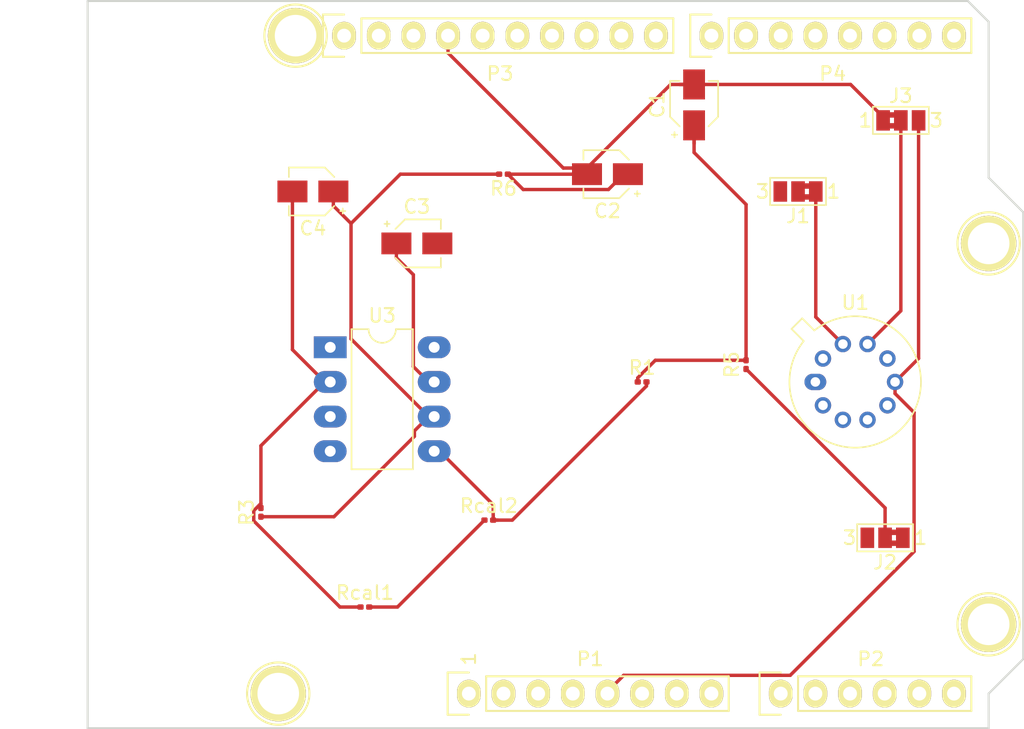
<source format=kicad_pcb>
(kicad_pcb (version 20171130) (host pcbnew "(5.1.4)-1")

  (general
    (thickness 1.6)
    (drawings 27)
    (tracks 76)
    (zones 0)
    (modules 23)
    (nets 48)
  )

  (page A4)
  (title_block
    (date "lun. 30 mars 2015")
  )

  (layers
    (0 F.Cu signal)
    (31 B.Cu signal)
    (32 B.Adhes user)
    (33 F.Adhes user)
    (34 B.Paste user)
    (35 F.Paste user)
    (36 B.SilkS user)
    (37 F.SilkS user)
    (38 B.Mask user)
    (39 F.Mask user)
    (40 Dwgs.User user)
    (41 Cmts.User user)
    (42 Eco1.User user)
    (43 Eco2.User user)
    (44 Edge.Cuts user)
    (45 Margin user)
    (46 B.CrtYd user)
    (47 F.CrtYd user)
    (48 B.Fab user)
    (49 F.Fab user)
  )

  (setup
    (last_trace_width 0.25)
    (trace_clearance 0.2)
    (zone_clearance 0.508)
    (zone_45_only no)
    (trace_min 0.2)
    (via_size 0.6)
    (via_drill 0.4)
    (via_min_size 0.4)
    (via_min_drill 0.3)
    (uvia_size 0.3)
    (uvia_drill 0.1)
    (uvias_allowed no)
    (uvia_min_size 0.2)
    (uvia_min_drill 0.1)
    (edge_width 0.15)
    (segment_width 0.15)
    (pcb_text_width 0.3)
    (pcb_text_size 1.5 1.5)
    (mod_edge_width 0.15)
    (mod_text_size 1 1)
    (mod_text_width 0.15)
    (pad_size 4.064 4.064)
    (pad_drill 3.048)
    (pad_to_mask_clearance 0)
    (aux_axis_origin 110.998 126.365)
    (grid_origin 110.998 126.365)
    (visible_elements 7FFFFFFF)
    (pcbplotparams
      (layerselection 0x00030_80000001)
      (usegerberextensions false)
      (usegerberattributes false)
      (usegerberadvancedattributes false)
      (creategerberjobfile false)
      (excludeedgelayer true)
      (linewidth 0.100000)
      (plotframeref false)
      (viasonmask false)
      (mode 1)
      (useauxorigin false)
      (hpglpennumber 1)
      (hpglpenspeed 20)
      (hpglpendiameter 15.000000)
      (psnegative false)
      (psa4output false)
      (plotreference true)
      (plotvalue true)
      (plotinvisibletext false)
      (padsonsilk false)
      (subtractmaskfromsilk false)
      (outputformat 1)
      (mirror false)
      (drillshape 1)
      (scaleselection 1)
      (outputdirectory ""))
  )

  (net 0 "")
  (net 1 /IOREF)
  (net 2 /Reset)
  (net 3 +5V)
  (net 4 GND)
  (net 5 /Vin)
  (net 6 /A0)
  (net 7 /A1)
  (net 8 /A2)
  (net 9 /A3)
  (net 10 /AREF)
  (net 11 "/A4(SDA)")
  (net 12 "/A5(SCL)")
  (net 13 "/9(**)")
  (net 14 /8)
  (net 15 /7)
  (net 16 "/6(**)")
  (net 17 "/5(**)")
  (net 18 /4)
  (net 19 "/3(**)")
  (net 20 /2)
  (net 21 "/1(Tx)")
  (net 22 "/0(Rx)")
  (net 23 "Net-(P5-Pad1)")
  (net 24 "Net-(P6-Pad1)")
  (net 25 "Net-(P7-Pad1)")
  (net 26 "Net-(P8-Pad1)")
  (net 27 "/13(SCK)")
  (net 28 "/10(**/SS)")
  (net 29 "Net-(P1-Pad1)")
  (net 30 +3V3)
  (net 31 "/12(MISO)")
  (net 32 "/11(**/MOSI)")
  (net 33 "Net-(C1-Pad1)")
  (net 34 "Net-(C4-Pad2)")
  (net 35 "Net-(C4-Pad1)")
  (net 36 /Gs_in)
  (net 37 /Gs2_in)
  (net 38 /Rsensor)
  (net 39 /Gs1_out)
  (net 40 /Gs2_out)
  (net 41 /Hr_in)
  (net 42 "Net-(Rcal1-Pad2)")
  (net 43 /Gs1_in)
  (net 44 "Net-(U1-Pad5)")
  (net 45 "Net-(U1-Pad10)")
  (net 46 "Net-(U3-Pad8)")
  (net 47 "Net-(U3-Pad1)")

  (net_class Default "This is the default net class."
    (clearance 0.2)
    (trace_width 0.25)
    (via_dia 0.6)
    (via_drill 0.4)
    (uvia_dia 0.3)
    (uvia_drill 0.1)
    (add_net +3V3)
    (add_net +5V)
    (add_net "/0(Rx)")
    (add_net "/1(Tx)")
    (add_net "/10(**/SS)")
    (add_net "/11(**/MOSI)")
    (add_net "/12(MISO)")
    (add_net "/13(SCK)")
    (add_net /2)
    (add_net "/3(**)")
    (add_net /4)
    (add_net "/5(**)")
    (add_net "/6(**)")
    (add_net /7)
    (add_net /8)
    (add_net "/9(**)")
    (add_net /A0)
    (add_net /A1)
    (add_net /A2)
    (add_net /A3)
    (add_net "/A4(SDA)")
    (add_net "/A5(SCL)")
    (add_net /AREF)
    (add_net /Gs1_in)
    (add_net /Gs1_out)
    (add_net /Gs2_in)
    (add_net /Gs2_out)
    (add_net /Gs_in)
    (add_net /Hr_in)
    (add_net /IOREF)
    (add_net /Reset)
    (add_net /Rsensor)
    (add_net /Vin)
    (add_net GND)
    (add_net "Net-(C1-Pad1)")
    (add_net "Net-(C4-Pad1)")
    (add_net "Net-(C4-Pad2)")
    (add_net "Net-(P1-Pad1)")
    (add_net "Net-(P5-Pad1)")
    (add_net "Net-(P6-Pad1)")
    (add_net "Net-(P7-Pad1)")
    (add_net "Net-(P8-Pad1)")
    (add_net "Net-(Rcal1-Pad2)")
    (add_net "Net-(U1-Pad10)")
    (add_net "Net-(U1-Pad5)")
    (add_net "Net-(U3-Pad1)")
    (add_net "Net-(U3-Pad8)")
  )

  (module Capacitor_SMD:CP_Elec_3x5.3 (layer F.Cu) (tedit 5B303299) (tstamp 5DE62940)
    (at 135.128 90.805)
    (descr "SMT capacitor, aluminium electrolytic, 3x5.3, Cornell Dubilier Electronics ")
    (tags "Capacitor Electrolytic")
    (path /5DE2B9F0)
    (attr smd)
    (fp_text reference C3 (at 0 -2.7) (layer F.SilkS)
      (effects (font (size 1 1) (thickness 0.15)))
    )
    (fp_text value 100n (at 0 2.7) (layer F.Fab)
      (effects (font (size 1 1) (thickness 0.15)))
    )
    (fp_text user %R (at 0 0) (layer F.Fab)
      (effects (font (size 0.6 0.6) (thickness 0.09)))
    )
    (fp_line (start -2.85 1.05) (end -1.78 1.05) (layer F.CrtYd) (width 0.05))
    (fp_line (start -2.85 -1.05) (end -2.85 1.05) (layer F.CrtYd) (width 0.05))
    (fp_line (start -1.78 -1.05) (end -2.85 -1.05) (layer F.CrtYd) (width 0.05))
    (fp_line (start -1.78 -1.05) (end -0.93 -1.9) (layer F.CrtYd) (width 0.05))
    (fp_line (start -1.78 1.05) (end -0.93 1.9) (layer F.CrtYd) (width 0.05))
    (fp_line (start -0.93 -1.9) (end 1.9 -1.9) (layer F.CrtYd) (width 0.05))
    (fp_line (start -0.93 1.9) (end 1.9 1.9) (layer F.CrtYd) (width 0.05))
    (fp_line (start 1.9 1.05) (end 1.9 1.9) (layer F.CrtYd) (width 0.05))
    (fp_line (start 2.85 1.05) (end 1.9 1.05) (layer F.CrtYd) (width 0.05))
    (fp_line (start 2.85 -1.05) (end 2.85 1.05) (layer F.CrtYd) (width 0.05))
    (fp_line (start 1.9 -1.05) (end 2.85 -1.05) (layer F.CrtYd) (width 0.05))
    (fp_line (start 1.9 -1.9) (end 1.9 -1.05) (layer F.CrtYd) (width 0.05))
    (fp_line (start -2.1875 -1.6225) (end -2.1875 -1.2475) (layer F.SilkS) (width 0.12))
    (fp_line (start -2.375 -1.435) (end -2 -1.435) (layer F.SilkS) (width 0.12))
    (fp_line (start -1.570563 1.06) (end -0.870563 1.76) (layer F.SilkS) (width 0.12))
    (fp_line (start -1.570563 -1.06) (end -0.870563 -1.76) (layer F.SilkS) (width 0.12))
    (fp_line (start -0.870563 1.76) (end 1.76 1.76) (layer F.SilkS) (width 0.12))
    (fp_line (start -0.870563 -1.76) (end 1.76 -1.76) (layer F.SilkS) (width 0.12))
    (fp_line (start 1.76 -1.76) (end 1.76 -1.06) (layer F.SilkS) (width 0.12))
    (fp_line (start 1.76 1.76) (end 1.76 1.06) (layer F.SilkS) (width 0.12))
    (fp_line (start -0.960469 -0.95) (end -0.960469 -0.65) (layer F.Fab) (width 0.1))
    (fp_line (start -1.110469 -0.8) (end -0.810469 -0.8) (layer F.Fab) (width 0.1))
    (fp_line (start -1.65 0.825) (end -0.825 1.65) (layer F.Fab) (width 0.1))
    (fp_line (start -1.65 -0.825) (end -0.825 -1.65) (layer F.Fab) (width 0.1))
    (fp_line (start -1.65 -0.825) (end -1.65 0.825) (layer F.Fab) (width 0.1))
    (fp_line (start -0.825 1.65) (end 1.65 1.65) (layer F.Fab) (width 0.1))
    (fp_line (start -0.825 -1.65) (end 1.65 -1.65) (layer F.Fab) (width 0.1))
    (fp_line (start 1.65 -1.65) (end 1.65 1.65) (layer F.Fab) (width 0.1))
    (fp_circle (center 0 0) (end 1.5 0) (layer F.Fab) (width 0.1))
    (pad 2 smd rect (at 1.5 0) (size 2.2 1.6) (layers F.Cu F.Paste F.Mask)
      (net 4 GND))
    (pad 1 smd rect (at -1.5 0) (size 2.2 1.6) (layers F.Cu F.Paste F.Mask)
      (net 3 +5V))
    (model ${KISYS3DMOD}/Capacitor_SMD.3dshapes/CP_Elec_3x5.3.wrl
      (at (xyz 0 0 0))
      (scale (xyz 1 1 1))
      (rotate (xyz 0 0 0))
    )
  )

  (module Resistor_SMD:R_0201_0603Metric (layer F.Cu) (tedit 5B301BBD) (tstamp 5DE62AA8)
    (at 159.258 99.695 90)
    (descr "Resistor SMD 0201 (0603 Metric), square (rectangular) end terminal, IPC_7351 nominal, (Body size source: https://www.vishay.com/docs/20052/crcw0201e3.pdf), generated with kicad-footprint-generator")
    (tags resistor)
    (path /5DE55129)
    (attr smd)
    (fp_text reference R5 (at 0 -1.05 90) (layer F.SilkS)
      (effects (font (size 1 1) (thickness 0.15)))
    )
    (fp_text value 10k (at 0 1.05 90) (layer F.Fab)
      (effects (font (size 1 1) (thickness 0.15)))
    )
    (fp_text user %R (at 0 -0.68 90) (layer F.Fab)
      (effects (font (size 0.25 0.25) (thickness 0.04)))
    )
    (fp_line (start 0.7 0.35) (end -0.7 0.35) (layer F.CrtYd) (width 0.05))
    (fp_line (start 0.7 -0.35) (end 0.7 0.35) (layer F.CrtYd) (width 0.05))
    (fp_line (start -0.7 -0.35) (end 0.7 -0.35) (layer F.CrtYd) (width 0.05))
    (fp_line (start -0.7 0.35) (end -0.7 -0.35) (layer F.CrtYd) (width 0.05))
    (fp_line (start 0.3 0.15) (end -0.3 0.15) (layer F.Fab) (width 0.1))
    (fp_line (start 0.3 -0.15) (end 0.3 0.15) (layer F.Fab) (width 0.1))
    (fp_line (start -0.3 -0.15) (end 0.3 -0.15) (layer F.Fab) (width 0.1))
    (fp_line (start -0.3 0.15) (end -0.3 -0.15) (layer F.Fab) (width 0.1))
    (pad 2 smd roundrect (at 0.32 0 90) (size 0.46 0.4) (layers F.Cu F.Mask) (roundrect_rratio 0.25)
      (net 33 "Net-(C1-Pad1)"))
    (pad 1 smd roundrect (at -0.32 0 90) (size 0.46 0.4) (layers F.Cu F.Mask) (roundrect_rratio 0.25)
      (net 38 /Rsensor))
    (pad "" smd roundrect (at 0.345 0 90) (size 0.318 0.36) (layers F.Paste) (roundrect_rratio 0.25))
    (pad "" smd roundrect (at -0.345 0 90) (size 0.318 0.36) (layers F.Paste) (roundrect_rratio 0.25))
    (model ${KISYS3DMOD}/Resistor_SMD.3dshapes/R_0201_0603Metric.wrl
      (at (xyz 0 0 0))
      (scale (xyz 1 1 1))
      (rotate (xyz 0 0 0))
    )
  )

  (module Package_DIP:DIP-8_W7.62mm_LongPads (layer F.Cu) (tedit 5A02E8C5) (tstamp 5DE62B27)
    (at 128.778 98.425)
    (descr "8-lead though-hole mounted DIP package, row spacing 7.62 mm (300 mils), LongPads")
    (tags "THT DIP DIL PDIP 2.54mm 7.62mm 300mil LongPads")
    (path /5DD57DB1)
    (fp_text reference U3 (at 3.81 -2.33) (layer F.SilkS)
      (effects (font (size 1 1) (thickness 0.15)))
    )
    (fp_text value LTC1050 (at 3.81 9.95) (layer F.Fab)
      (effects (font (size 1 1) (thickness 0.15)))
    )
    (fp_text user %R (at 3.81 3.81) (layer F.Fab)
      (effects (font (size 1 1) (thickness 0.15)))
    )
    (fp_line (start 9.1 -1.55) (end -1.45 -1.55) (layer F.CrtYd) (width 0.05))
    (fp_line (start 9.1 9.15) (end 9.1 -1.55) (layer F.CrtYd) (width 0.05))
    (fp_line (start -1.45 9.15) (end 9.1 9.15) (layer F.CrtYd) (width 0.05))
    (fp_line (start -1.45 -1.55) (end -1.45 9.15) (layer F.CrtYd) (width 0.05))
    (fp_line (start 6.06 -1.33) (end 4.81 -1.33) (layer F.SilkS) (width 0.12))
    (fp_line (start 6.06 8.95) (end 6.06 -1.33) (layer F.SilkS) (width 0.12))
    (fp_line (start 1.56 8.95) (end 6.06 8.95) (layer F.SilkS) (width 0.12))
    (fp_line (start 1.56 -1.33) (end 1.56 8.95) (layer F.SilkS) (width 0.12))
    (fp_line (start 2.81 -1.33) (end 1.56 -1.33) (layer F.SilkS) (width 0.12))
    (fp_line (start 0.635 -0.27) (end 1.635 -1.27) (layer F.Fab) (width 0.1))
    (fp_line (start 0.635 8.89) (end 0.635 -0.27) (layer F.Fab) (width 0.1))
    (fp_line (start 6.985 8.89) (end 0.635 8.89) (layer F.Fab) (width 0.1))
    (fp_line (start 6.985 -1.27) (end 6.985 8.89) (layer F.Fab) (width 0.1))
    (fp_line (start 1.635 -1.27) (end 6.985 -1.27) (layer F.Fab) (width 0.1))
    (fp_arc (start 3.81 -1.33) (end 2.81 -1.33) (angle -180) (layer F.SilkS) (width 0.12))
    (pad 8 thru_hole oval (at 7.62 0) (size 2.4 1.6) (drill 0.8) (layers *.Cu *.Mask)
      (net 46 "Net-(U3-Pad8)"))
    (pad 4 thru_hole oval (at 0 7.62) (size 2.4 1.6) (drill 0.8) (layers *.Cu *.Mask)
      (net 4 GND))
    (pad 7 thru_hole oval (at 7.62 2.54) (size 2.4 1.6) (drill 0.8) (layers *.Cu *.Mask)
      (net 3 +5V))
    (pad 3 thru_hole oval (at 0 5.08) (size 2.4 1.6) (drill 0.8) (layers *.Cu *.Mask)
      (net 33 "Net-(C1-Pad1)"))
    (pad 6 thru_hole oval (at 7.62 5.08) (size 2.4 1.6) (drill 0.8) (layers *.Cu *.Mask)
      (net 35 "Net-(C4-Pad1)"))
    (pad 2 thru_hole oval (at 0 2.54) (size 2.4 1.6) (drill 0.8) (layers *.Cu *.Mask)
      (net 34 "Net-(C4-Pad2)"))
    (pad 5 thru_hole oval (at 7.62 7.62) (size 2.4 1.6) (drill 0.8) (layers *.Cu *.Mask)
      (net 4 GND))
    (pad 1 thru_hole rect (at 0 0) (size 2.4 1.6) (drill 0.8) (layers *.Cu *.Mask)
      (net 47 "Net-(U3-Pad1)"))
    (model ${KISYS3DMOD}/Package_DIP.3dshapes/DIP-8_W7.62mm.wrl
      (at (xyz 0 0 0))
      (scale (xyz 1 1 1))
      (rotate (xyz 0 0 0))
    )
  )

  (module test:TO-5-10 (layer F.Cu) (tedit 5A02FF81) (tstamp 5DE62AF7)
    (at 164.338 100.965)
    (descr TO-5-10)
    (tags TO-5-10)
    (path /5DE150DF)
    (fp_text reference U1 (at 2.92 -5.82) (layer F.SilkS)
      (effects (font (size 1 1) (thickness 0.15)))
    )
    (fp_text value Gaz_sensor (at 2.92 5.82) (layer F.Fab)
      (effects (font (size 1 1) (thickness 0.15)))
    )
    (fp_text user %R (at 2.92 -5.82) (layer F.Fab)
      (effects (font (size 1 1) (thickness 0.15)))
    )
    (fp_line (start -0.085408 -3.61352) (end -0.89151 -4.419621) (layer F.Fab) (width 0.1))
    (fp_line (start -0.89151 -4.419621) (end -1.499621 -3.81151) (layer F.Fab) (width 0.1))
    (fp_line (start -1.499621 -3.81151) (end -0.69352 -3.005408) (layer F.Fab) (width 0.1))
    (fp_line (start -0.077084 -3.774902) (end -0.968039 -4.665856) (layer F.SilkS) (width 0.12))
    (fp_line (start -0.968039 -4.665856) (end -1.745856 -3.888039) (layer F.SilkS) (width 0.12))
    (fp_line (start -1.745856 -3.888039) (end -0.854902 -2.997084) (layer F.SilkS) (width 0.12))
    (fp_line (start -2.04 -4.95) (end -2.04 4.95) (layer F.CrtYd) (width 0.05))
    (fp_line (start -2.04 4.95) (end 7.87 4.95) (layer F.CrtYd) (width 0.05))
    (fp_line (start 7.87 4.95) (end 7.87 -4.95) (layer F.CrtYd) (width 0.05))
    (fp_line (start 7.87 -4.95) (end -2.04 -4.95) (layer F.CrtYd) (width 0.05))
    (fp_circle (center 2.92 0) (end 7.17 0) (layer F.Fab) (width 0.1))
    (fp_arc (start 2.92 0) (end -0.085408 -3.61352) (angle 349.5) (layer F.Fab) (width 0.1))
    (fp_arc (start 2.92 0) (end -0.077084 -3.774902) (angle 346.9) (layer F.SilkS) (width 0.12))
    (pad 1 thru_hole oval (at 0 0) (size 1.6 1.2) (drill 0.7) (layers *.Cu *.Mask)
      (net 7 /A1))
    (pad 2 thru_hole oval (at 0.55767 1.716333) (size 1.2 1.2) (drill 0.7) (layers *.Cu *.Mask)
      (net 39 /Gs1_out))
    (pad 3 thru_hole oval (at 2.01767 2.777085) (size 1.2 1.2) (drill 0.7) (layers *.Cu *.Mask)
      (net 4 GND))
    (pad 4 thru_hole oval (at 3.82233 2.777085) (size 1.2 1.2) (drill 0.7) (layers *.Cu *.Mask)
      (net 43 /Gs1_in))
    (pad 5 thru_hole oval (at 5.28233 1.716333) (size 1.2 1.2) (drill 0.7) (layers *.Cu *.Mask)
      (net 44 "Net-(U1-Pad5)"))
    (pad 6 thru_hole oval (at 5.84 0) (size 1.2 1.2) (drill 0.7) (layers *.Cu *.Mask)
      (net 3 +5V))
    (pad 7 thru_hole oval (at 5.28233 -1.716333) (size 1.2 1.2) (drill 0.7) (layers *.Cu *.Mask)
      (net 40 /Gs2_out))
    (pad 8 thru_hole oval (at 3.82233 -2.777085) (size 1.2 1.2) (drill 0.7) (layers *.Cu *.Mask)
      (net 41 /Hr_in))
    (pad 9 thru_hole oval (at 2.01767 -2.777085) (size 1.2 1.2) (drill 0.7) (layers *.Cu *.Mask)
      (net 37 /Gs2_in))
    (pad 10 thru_hole oval (at 0.55767 -1.716333) (size 1.2 1.2) (drill 0.7) (layers *.Cu *.Mask)
      (net 45 "Net-(U1-Pad10)"))
    (model ${KISYS3DMOD}/Package_TO_SOT_THT.3dshapes/TO-5-10.wrl
      (at (xyz 0 0 0))
      (scale (xyz 1 1 1))
      (rotate (xyz 0 0 0))
    )
  )

  (module Capacitor_SMD:CP_Elec_3x5.3 (layer F.Cu) (tedit 5B303299) (tstamp 5DE628F8)
    (at 155.448 80.645 90)
    (descr "SMT capacitor, aluminium electrolytic, 3x5.3, Cornell Dubilier Electronics ")
    (tags "Capacitor Electrolytic")
    (path /5DE59150)
    (attr smd)
    (fp_text reference C1 (at 0 -2.7 90) (layer F.SilkS)
      (effects (font (size 1 1) (thickness 0.15)))
    )
    (fp_text value 100n (at 0 2.7 90) (layer F.Fab)
      (effects (font (size 1 1) (thickness 0.15)))
    )
    (fp_text user %R (at 0 0 90) (layer F.Fab)
      (effects (font (size 0.6 0.6) (thickness 0.09)))
    )
    (fp_line (start -2.85 1.05) (end -1.78 1.05) (layer F.CrtYd) (width 0.05))
    (fp_line (start -2.85 -1.05) (end -2.85 1.05) (layer F.CrtYd) (width 0.05))
    (fp_line (start -1.78 -1.05) (end -2.85 -1.05) (layer F.CrtYd) (width 0.05))
    (fp_line (start -1.78 -1.05) (end -0.93 -1.9) (layer F.CrtYd) (width 0.05))
    (fp_line (start -1.78 1.05) (end -0.93 1.9) (layer F.CrtYd) (width 0.05))
    (fp_line (start -0.93 -1.9) (end 1.9 -1.9) (layer F.CrtYd) (width 0.05))
    (fp_line (start -0.93 1.9) (end 1.9 1.9) (layer F.CrtYd) (width 0.05))
    (fp_line (start 1.9 1.05) (end 1.9 1.9) (layer F.CrtYd) (width 0.05))
    (fp_line (start 2.85 1.05) (end 1.9 1.05) (layer F.CrtYd) (width 0.05))
    (fp_line (start 2.85 -1.05) (end 2.85 1.05) (layer F.CrtYd) (width 0.05))
    (fp_line (start 1.9 -1.05) (end 2.85 -1.05) (layer F.CrtYd) (width 0.05))
    (fp_line (start 1.9 -1.9) (end 1.9 -1.05) (layer F.CrtYd) (width 0.05))
    (fp_line (start -2.1875 -1.6225) (end -2.1875 -1.2475) (layer F.SilkS) (width 0.12))
    (fp_line (start -2.375 -1.435) (end -2 -1.435) (layer F.SilkS) (width 0.12))
    (fp_line (start -1.570563 1.06) (end -0.870563 1.76) (layer F.SilkS) (width 0.12))
    (fp_line (start -1.570563 -1.06) (end -0.870563 -1.76) (layer F.SilkS) (width 0.12))
    (fp_line (start -0.870563 1.76) (end 1.76 1.76) (layer F.SilkS) (width 0.12))
    (fp_line (start -0.870563 -1.76) (end 1.76 -1.76) (layer F.SilkS) (width 0.12))
    (fp_line (start 1.76 -1.76) (end 1.76 -1.06) (layer F.SilkS) (width 0.12))
    (fp_line (start 1.76 1.76) (end 1.76 1.06) (layer F.SilkS) (width 0.12))
    (fp_line (start -0.960469 -0.95) (end -0.960469 -0.65) (layer F.Fab) (width 0.1))
    (fp_line (start -1.110469 -0.8) (end -0.810469 -0.8) (layer F.Fab) (width 0.1))
    (fp_line (start -1.65 0.825) (end -0.825 1.65) (layer F.Fab) (width 0.1))
    (fp_line (start -1.65 -0.825) (end -0.825 -1.65) (layer F.Fab) (width 0.1))
    (fp_line (start -1.65 -0.825) (end -1.65 0.825) (layer F.Fab) (width 0.1))
    (fp_line (start -0.825 1.65) (end 1.65 1.65) (layer F.Fab) (width 0.1))
    (fp_line (start -0.825 -1.65) (end 1.65 -1.65) (layer F.Fab) (width 0.1))
    (fp_line (start 1.65 -1.65) (end 1.65 1.65) (layer F.Fab) (width 0.1))
    (fp_circle (center 0 0) (end 1.5 0) (layer F.Fab) (width 0.1))
    (pad 2 smd rect (at 1.5 0 90) (size 2.2 1.6) (layers F.Cu F.Paste F.Mask)
      (net 4 GND))
    (pad 1 smd rect (at -1.5 0 90) (size 2.2 1.6) (layers F.Cu F.Paste F.Mask)
      (net 33 "Net-(C1-Pad1)"))
    (model ${KISYS3DMOD}/Capacitor_SMD.3dshapes/CP_Elec_3x5.3.wrl
      (at (xyz 0 0 0))
      (scale (xyz 1 1 1))
      (rotate (xyz 0 0 0))
    )
  )

  (module Resistor_SMD:R_0201_0603Metric (layer F.Cu) (tedit 5B301BBD) (tstamp 5DE62AB9)
    (at 141.478 85.725 180)
    (descr "Resistor SMD 0201 (0603 Metric), square (rectangular) end terminal, IPC_7351 nominal, (Body size source: https://www.vishay.com/docs/20052/crcw0201e3.pdf), generated with kicad-footprint-generator")
    (tags resistor)
    (path /5DE6036F)
    (attr smd)
    (fp_text reference R6 (at 0 -1.05) (layer F.SilkS)
      (effects (font (size 1 1) (thickness 0.15)))
    )
    (fp_text value 1k (at 0 1.05) (layer F.Fab)
      (effects (font (size 1 1) (thickness 0.15)))
    )
    (fp_text user %R (at 0 -0.68) (layer F.Fab)
      (effects (font (size 0.25 0.25) (thickness 0.04)))
    )
    (fp_line (start 0.7 0.35) (end -0.7 0.35) (layer F.CrtYd) (width 0.05))
    (fp_line (start 0.7 -0.35) (end 0.7 0.35) (layer F.CrtYd) (width 0.05))
    (fp_line (start -0.7 -0.35) (end 0.7 -0.35) (layer F.CrtYd) (width 0.05))
    (fp_line (start -0.7 0.35) (end -0.7 -0.35) (layer F.CrtYd) (width 0.05))
    (fp_line (start 0.3 0.15) (end -0.3 0.15) (layer F.Fab) (width 0.1))
    (fp_line (start 0.3 -0.15) (end 0.3 0.15) (layer F.Fab) (width 0.1))
    (fp_line (start -0.3 -0.15) (end 0.3 -0.15) (layer F.Fab) (width 0.1))
    (fp_line (start -0.3 0.15) (end -0.3 -0.15) (layer F.Fab) (width 0.1))
    (pad 2 smd roundrect (at 0.32 0 180) (size 0.46 0.4) (layers F.Cu F.Mask) (roundrect_rratio 0.25)
      (net 35 "Net-(C4-Pad1)"))
    (pad 1 smd roundrect (at -0.32 0 180) (size 0.46 0.4) (layers F.Cu F.Mask) (roundrect_rratio 0.25)
      (net 8 /A2))
    (pad "" smd roundrect (at 0.345 0 180) (size 0.318 0.36) (layers F.Paste) (roundrect_rratio 0.25))
    (pad "" smd roundrect (at -0.345 0 180) (size 0.318 0.36) (layers F.Paste) (roundrect_rratio 0.25))
    (model ${KISYS3DMOD}/Resistor_SMD.3dshapes/R_0201_0603Metric.wrl
      (at (xyz 0 0 0))
      (scale (xyz 1 1 1))
      (rotate (xyz 0 0 0))
    )
  )

  (module Resistor_SMD:R_0201_0603Metric (layer F.Cu) (tedit 5B301BBD) (tstamp 5DE62A86)
    (at 151.638 100.965)
    (descr "Resistor SMD 0201 (0603 Metric), square (rectangular) end terminal, IPC_7351 nominal, (Body size source: https://www.vishay.com/docs/20052/crcw0201e3.pdf), generated with kicad-footprint-generator")
    (tags resistor)
    (path /5DE54868)
    (attr smd)
    (fp_text reference R1 (at 0 -1.05) (layer F.SilkS)
      (effects (font (size 1 1) (thickness 0.15)))
    )
    (fp_text value 100k (at 0 1.05) (layer F.Fab)
      (effects (font (size 1 1) (thickness 0.15)))
    )
    (fp_text user %R (at 0 -0.68) (layer F.Fab)
      (effects (font (size 0.25 0.25) (thickness 0.04)))
    )
    (fp_line (start 0.7 0.35) (end -0.7 0.35) (layer F.CrtYd) (width 0.05))
    (fp_line (start 0.7 -0.35) (end 0.7 0.35) (layer F.CrtYd) (width 0.05))
    (fp_line (start -0.7 -0.35) (end 0.7 -0.35) (layer F.CrtYd) (width 0.05))
    (fp_line (start -0.7 0.35) (end -0.7 -0.35) (layer F.CrtYd) (width 0.05))
    (fp_line (start 0.3 0.15) (end -0.3 0.15) (layer F.Fab) (width 0.1))
    (fp_line (start 0.3 -0.15) (end 0.3 0.15) (layer F.Fab) (width 0.1))
    (fp_line (start -0.3 -0.15) (end 0.3 -0.15) (layer F.Fab) (width 0.1))
    (fp_line (start -0.3 0.15) (end -0.3 -0.15) (layer F.Fab) (width 0.1))
    (pad 2 smd roundrect (at 0.32 0) (size 0.46 0.4) (layers F.Cu F.Mask) (roundrect_rratio 0.25)
      (net 4 GND))
    (pad 1 smd roundrect (at -0.32 0) (size 0.46 0.4) (layers F.Cu F.Mask) (roundrect_rratio 0.25)
      (net 33 "Net-(C1-Pad1)"))
    (pad "" smd roundrect (at 0.345 0) (size 0.318 0.36) (layers F.Paste) (roundrect_rratio 0.25))
    (pad "" smd roundrect (at -0.345 0) (size 0.318 0.36) (layers F.Paste) (roundrect_rratio 0.25))
    (model ${KISYS3DMOD}/Resistor_SMD.3dshapes/R_0201_0603Metric.wrl
      (at (xyz 0 0 0))
      (scale (xyz 1 1 1))
      (rotate (xyz 0 0 0))
    )
  )

  (module Jumper:SolderJumper-3_P1.3mm_Bridged2Bar12_Pad1.0x1.5mm_NumberLabels (layer F.Cu) (tedit 5C756B16) (tstamp 5DE6299D)
    (at 170.603001 81.780001)
    (descr "SMD Solder Jumper, 1x1.5mm Pads, 0.3mm gap, pads 1-2 Bridged2Bar with 2 copper strip, labeled with numbers")
    (tags "solder jumper open")
    (path /5DEACE77)
    (attr virtual)
    (fp_text reference J3 (at 0 -1.8) (layer F.SilkS)
      (effects (font (size 1 1) (thickness 0.15)))
    )
    (fp_text value Conn_01x03 (at 0 1.9) (layer F.Fab)
      (effects (font (size 1 1) (thickness 0.15)))
    )
    (fp_poly (pts (xy -0.9 -0.6) (xy -0.4 -0.6) (xy -0.4 -0.2) (xy -0.9 -0.2)) (layer F.Cu) (width 0))
    (fp_poly (pts (xy -0.9 0.2) (xy -0.4 0.2) (xy -0.4 0.6) (xy -0.9 0.6)) (layer F.Cu) (width 0))
    (fp_line (start 2.3 1.25) (end -2.3 1.25) (layer F.CrtYd) (width 0.05))
    (fp_line (start 2.3 1.25) (end 2.3 -1.25) (layer F.CrtYd) (width 0.05))
    (fp_line (start -2.3 -1.25) (end -2.3 1.25) (layer F.CrtYd) (width 0.05))
    (fp_line (start -2.3 -1.25) (end 2.3 -1.25) (layer F.CrtYd) (width 0.05))
    (fp_line (start -2.05 -1) (end 2.05 -1) (layer F.SilkS) (width 0.12))
    (fp_line (start 2.05 -1) (end 2.05 1) (layer F.SilkS) (width 0.12))
    (fp_line (start 2.05 1) (end -2.05 1) (layer F.SilkS) (width 0.12))
    (fp_line (start -2.05 1) (end -2.05 -1) (layer F.SilkS) (width 0.12))
    (fp_text user 1 (at -2.6 0) (layer F.SilkS)
      (effects (font (size 1 1) (thickness 0.15)))
    )
    (fp_text user 3 (at 2.6 0) (layer F.SilkS)
      (effects (font (size 1 1) (thickness 0.15)))
    )
    (pad 2 smd rect (at 0 0) (size 1 1.5) (layers F.Cu F.Mask)
      (net 41 /Hr_in))
    (pad 3 smd rect (at 1.3 0) (size 1 1.5) (layers F.Cu F.Mask)
      (net 3 +5V))
    (pad 1 smd rect (at -1.3 0) (size 1 1.5) (layers F.Cu F.Mask)
      (net 4 GND))
  )

  (module Resistor_SMD:R_0201_0603Metric (layer F.Cu) (tedit 5B301BBD) (tstamp 5DE62ACA)
    (at 131.318 117.475)
    (descr "Resistor SMD 0201 (0603 Metric), square (rectangular) end terminal, IPC_7351 nominal, (Body size source: https://www.vishay.com/docs/20052/crcw0201e3.pdf), generated with kicad-footprint-generator")
    (tags resistor)
    (path /5DE1C2AF)
    (attr smd)
    (fp_text reference Rcal1 (at 0 -1.05) (layer F.SilkS)
      (effects (font (size 1 1) (thickness 0.15)))
    )
    (fp_text value 33 (at 0 1.05) (layer F.Fab)
      (effects (font (size 1 1) (thickness 0.15)))
    )
    (fp_text user %R (at 0 -0.68) (layer F.Fab)
      (effects (font (size 0.25 0.25) (thickness 0.04)))
    )
    (fp_line (start 0.7 0.35) (end -0.7 0.35) (layer F.CrtYd) (width 0.05))
    (fp_line (start 0.7 -0.35) (end 0.7 0.35) (layer F.CrtYd) (width 0.05))
    (fp_line (start -0.7 -0.35) (end 0.7 -0.35) (layer F.CrtYd) (width 0.05))
    (fp_line (start -0.7 0.35) (end -0.7 -0.35) (layer F.CrtYd) (width 0.05))
    (fp_line (start 0.3 0.15) (end -0.3 0.15) (layer F.Fab) (width 0.1))
    (fp_line (start 0.3 -0.15) (end 0.3 0.15) (layer F.Fab) (width 0.1))
    (fp_line (start -0.3 -0.15) (end 0.3 -0.15) (layer F.Fab) (width 0.1))
    (fp_line (start -0.3 0.15) (end -0.3 -0.15) (layer F.Fab) (width 0.1))
    (pad 2 smd roundrect (at 0.32 0) (size 0.46 0.4) (layers F.Cu F.Mask) (roundrect_rratio 0.25)
      (net 42 "Net-(Rcal1-Pad2)"))
    (pad 1 smd roundrect (at -0.32 0) (size 0.46 0.4) (layers F.Cu F.Mask) (roundrect_rratio 0.25)
      (net 34 "Net-(C4-Pad2)"))
    (pad "" smd roundrect (at 0.345 0) (size 0.318 0.36) (layers F.Paste) (roundrect_rratio 0.25))
    (pad "" smd roundrect (at -0.345 0) (size 0.318 0.36) (layers F.Paste) (roundrect_rratio 0.25))
    (model ${KISYS3DMOD}/Resistor_SMD.3dshapes/R_0201_0603Metric.wrl
      (at (xyz 0 0 0))
      (scale (xyz 1 1 1))
      (rotate (xyz 0 0 0))
    )
  )

  (module Resistor_SMD:R_0201_0603Metric (layer F.Cu) (tedit 5B301BBD) (tstamp 5DE62ADB)
    (at 140.403001 111.100001)
    (descr "Resistor SMD 0201 (0603 Metric), square (rectangular) end terminal, IPC_7351 nominal, (Body size source: https://www.vishay.com/docs/20052/crcw0201e3.pdf), generated with kicad-footprint-generator")
    (tags resistor)
    (path /5DE363E1)
    (attr smd)
    (fp_text reference Rcal2 (at 0 -1.05) (layer F.SilkS)
      (effects (font (size 1 1) (thickness 0.15)))
    )
    (fp_text value 33 (at 0 1.05) (layer F.Fab)
      (effects (font (size 1 1) (thickness 0.15)))
    )
    (fp_text user %R (at 0 -0.68) (layer F.Fab)
      (effects (font (size 0.25 0.25) (thickness 0.04)))
    )
    (fp_line (start 0.7 0.35) (end -0.7 0.35) (layer F.CrtYd) (width 0.05))
    (fp_line (start 0.7 -0.35) (end 0.7 0.35) (layer F.CrtYd) (width 0.05))
    (fp_line (start -0.7 -0.35) (end 0.7 -0.35) (layer F.CrtYd) (width 0.05))
    (fp_line (start -0.7 0.35) (end -0.7 -0.35) (layer F.CrtYd) (width 0.05))
    (fp_line (start 0.3 0.15) (end -0.3 0.15) (layer F.Fab) (width 0.1))
    (fp_line (start 0.3 -0.15) (end 0.3 0.15) (layer F.Fab) (width 0.1))
    (fp_line (start -0.3 -0.15) (end 0.3 -0.15) (layer F.Fab) (width 0.1))
    (fp_line (start -0.3 0.15) (end -0.3 -0.15) (layer F.Fab) (width 0.1))
    (pad 2 smd roundrect (at 0.32 0) (size 0.46 0.4) (layers F.Cu F.Mask) (roundrect_rratio 0.25)
      (net 4 GND))
    (pad 1 smd roundrect (at -0.32 0) (size 0.46 0.4) (layers F.Cu F.Mask) (roundrect_rratio 0.25)
      (net 42 "Net-(Rcal1-Pad2)"))
    (pad "" smd roundrect (at 0.345 0) (size 0.318 0.36) (layers F.Paste) (roundrect_rratio 0.25))
    (pad "" smd roundrect (at -0.345 0) (size 0.318 0.36) (layers F.Paste) (roundrect_rratio 0.25))
    (model ${KISYS3DMOD}/Resistor_SMD.3dshapes/R_0201_0603Metric.wrl
      (at (xyz 0 0 0))
      (scale (xyz 1 1 1))
      (rotate (xyz 0 0 0))
    )
  )

  (module Resistor_SMD:R_0201_0603Metric (layer F.Cu) (tedit 5B301BBD) (tstamp 5DE62A97)
    (at 123.698 110.530001 90)
    (descr "Resistor SMD 0201 (0603 Metric), square (rectangular) end terminal, IPC_7351 nominal, (Body size source: https://www.vishay.com/docs/20052/crcw0201e3.pdf), generated with kicad-footprint-generator")
    (tags resistor)
    (path /5DE5FBA4)
    (attr smd)
    (fp_text reference R3 (at 0 -1.05 90) (layer F.SilkS)
      (effects (font (size 1 1) (thickness 0.15)))
    )
    (fp_text value 100k (at 0 1.05 90) (layer F.Fab)
      (effects (font (size 1 1) (thickness 0.15)))
    )
    (fp_text user %R (at 0 -0.68 90) (layer F.Fab)
      (effects (font (size 0.25 0.25) (thickness 0.04)))
    )
    (fp_line (start 0.7 0.35) (end -0.7 0.35) (layer F.CrtYd) (width 0.05))
    (fp_line (start 0.7 -0.35) (end 0.7 0.35) (layer F.CrtYd) (width 0.05))
    (fp_line (start -0.7 -0.35) (end 0.7 -0.35) (layer F.CrtYd) (width 0.05))
    (fp_line (start -0.7 0.35) (end -0.7 -0.35) (layer F.CrtYd) (width 0.05))
    (fp_line (start 0.3 0.15) (end -0.3 0.15) (layer F.Fab) (width 0.1))
    (fp_line (start 0.3 -0.15) (end 0.3 0.15) (layer F.Fab) (width 0.1))
    (fp_line (start -0.3 -0.15) (end 0.3 -0.15) (layer F.Fab) (width 0.1))
    (fp_line (start -0.3 0.15) (end -0.3 -0.15) (layer F.Fab) (width 0.1))
    (pad 2 smd roundrect (at 0.32 0 90) (size 0.46 0.4) (layers F.Cu F.Mask) (roundrect_rratio 0.25)
      (net 34 "Net-(C4-Pad2)"))
    (pad 1 smd roundrect (at -0.32 0 90) (size 0.46 0.4) (layers F.Cu F.Mask) (roundrect_rratio 0.25)
      (net 35 "Net-(C4-Pad1)"))
    (pad "" smd roundrect (at 0.345 0 90) (size 0.318 0.36) (layers F.Paste) (roundrect_rratio 0.25))
    (pad "" smd roundrect (at -0.345 0 90) (size 0.318 0.36) (layers F.Paste) (roundrect_rratio 0.25))
    (model ${KISYS3DMOD}/Resistor_SMD.3dshapes/R_0201_0603Metric.wrl
      (at (xyz 0 0 0))
      (scale (xyz 1 1 1))
      (rotate (xyz 0 0 0))
    )
  )

  (module Jumper:SolderJumper-3_P1.3mm_Bridged2Bar12_Pad1.0x1.5mm_NumberLabels (layer F.Cu) (tedit 5C756B16) (tstamp 5DE6298A)
    (at 169.448 112.395 180)
    (descr "SMD Solder Jumper, 1x1.5mm Pads, 0.3mm gap, pads 1-2 Bridged2Bar with 2 copper strip, labeled with numbers")
    (tags "solder jumper open")
    (path /5DE7F005)
    (attr virtual)
    (fp_text reference J2 (at 0 -1.8) (layer F.SilkS)
      (effects (font (size 1 1) (thickness 0.15)))
    )
    (fp_text value Conn_01x03 (at 0 1.9) (layer F.Fab)
      (effects (font (size 1 1) (thickness 0.15)))
    )
    (fp_poly (pts (xy -0.9 -0.6) (xy -0.4 -0.6) (xy -0.4 -0.2) (xy -0.9 -0.2)) (layer F.Cu) (width 0))
    (fp_poly (pts (xy -0.9 0.2) (xy -0.4 0.2) (xy -0.4 0.6) (xy -0.9 0.6)) (layer F.Cu) (width 0))
    (fp_line (start 2.3 1.25) (end -2.3 1.25) (layer F.CrtYd) (width 0.05))
    (fp_line (start 2.3 1.25) (end 2.3 -1.25) (layer F.CrtYd) (width 0.05))
    (fp_line (start -2.3 -1.25) (end -2.3 1.25) (layer F.CrtYd) (width 0.05))
    (fp_line (start -2.3 -1.25) (end 2.3 -1.25) (layer F.CrtYd) (width 0.05))
    (fp_line (start -2.05 -1) (end 2.05 -1) (layer F.SilkS) (width 0.12))
    (fp_line (start 2.05 -1) (end 2.05 1) (layer F.SilkS) (width 0.12))
    (fp_line (start 2.05 1) (end -2.05 1) (layer F.SilkS) (width 0.12))
    (fp_line (start -2.05 1) (end -2.05 -1) (layer F.SilkS) (width 0.12))
    (fp_text user 1 (at -2.6 0) (layer F.SilkS)
      (effects (font (size 1 1) (thickness 0.15)))
    )
    (fp_text user 3 (at 2.6 0) (layer F.SilkS)
      (effects (font (size 1 1) (thickness 0.15)))
    )
    (pad 2 smd rect (at 0 0 180) (size 1 1.5) (layers F.Cu F.Mask)
      (net 38 /Rsensor))
    (pad 3 smd rect (at 1.3 0 180) (size 1 1.5) (layers F.Cu F.Mask)
      (net 39 /Gs1_out))
    (pad 1 smd rect (at -1.3 0 180) (size 1 1.5) (layers F.Cu F.Mask)
      (net 40 /Gs2_out))
  )

  (module Jumper:SolderJumper-3_P1.3mm_Bridged2Bar12_Pad1.0x1.5mm_NumberLabels (layer F.Cu) (tedit 5C756B16) (tstamp 5DE62977)
    (at 163.068 86.995 180)
    (descr "SMD Solder Jumper, 1x1.5mm Pads, 0.3mm gap, pads 1-2 Bridged2Bar with 2 copper strip, labeled with numbers")
    (tags "solder jumper open")
    (path /5DE76F5B)
    (attr virtual)
    (fp_text reference J1 (at 0 -1.8) (layer F.SilkS)
      (effects (font (size 1 1) (thickness 0.15)))
    )
    (fp_text value Conn_01x03 (at 0 1.9) (layer F.Fab)
      (effects (font (size 1 1) (thickness 0.15)))
    )
    (fp_poly (pts (xy -0.9 -0.6) (xy -0.4 -0.6) (xy -0.4 -0.2) (xy -0.9 -0.2)) (layer F.Cu) (width 0))
    (fp_poly (pts (xy -0.9 0.2) (xy -0.4 0.2) (xy -0.4 0.6) (xy -0.9 0.6)) (layer F.Cu) (width 0))
    (fp_line (start 2.3 1.25) (end -2.3 1.25) (layer F.CrtYd) (width 0.05))
    (fp_line (start 2.3 1.25) (end 2.3 -1.25) (layer F.CrtYd) (width 0.05))
    (fp_line (start -2.3 -1.25) (end -2.3 1.25) (layer F.CrtYd) (width 0.05))
    (fp_line (start -2.3 -1.25) (end 2.3 -1.25) (layer F.CrtYd) (width 0.05))
    (fp_line (start -2.05 -1) (end 2.05 -1) (layer F.SilkS) (width 0.12))
    (fp_line (start 2.05 -1) (end 2.05 1) (layer F.SilkS) (width 0.12))
    (fp_line (start 2.05 1) (end -2.05 1) (layer F.SilkS) (width 0.12))
    (fp_line (start -2.05 1) (end -2.05 -1) (layer F.SilkS) (width 0.12))
    (fp_text user 1 (at -2.6 0) (layer F.SilkS)
      (effects (font (size 1 1) (thickness 0.15)))
    )
    (fp_text user 3 (at 2.6 0) (layer F.SilkS)
      (effects (font (size 1 1) (thickness 0.15)))
    )
    (pad 2 smd rect (at 0 0 180) (size 1 1.5) (layers F.Cu F.Mask)
      (net 30 +3V3))
    (pad 3 smd rect (at 1.3 0 180) (size 1 1.5) (layers F.Cu F.Mask)
      (net 36 /Gs_in))
    (pad 1 smd rect (at -1.3 0 180) (size 1 1.5) (layers F.Cu F.Mask)
      (net 37 /Gs2_in))
  )

  (module Capacitor_SMD:CP_Elec_3x5.3 (layer F.Cu) (tedit 5B303299) (tstamp 5DE62964)
    (at 127.508 86.995 180)
    (descr "SMT capacitor, aluminium electrolytic, 3x5.3, Cornell Dubilier Electronics ")
    (tags "Capacitor Electrolytic")
    (path /5DE5F1B6)
    (attr smd)
    (fp_text reference C4 (at 0 -2.7) (layer F.SilkS)
      (effects (font (size 1 1) (thickness 0.15)))
    )
    (fp_text value 1µ (at 0 2.7) (layer F.Fab)
      (effects (font (size 1 1) (thickness 0.15)))
    )
    (fp_text user %R (at 0 0) (layer F.Fab)
      (effects (font (size 0.6 0.6) (thickness 0.09)))
    )
    (fp_line (start -2.85 1.05) (end -1.78 1.05) (layer F.CrtYd) (width 0.05))
    (fp_line (start -2.85 -1.05) (end -2.85 1.05) (layer F.CrtYd) (width 0.05))
    (fp_line (start -1.78 -1.05) (end -2.85 -1.05) (layer F.CrtYd) (width 0.05))
    (fp_line (start -1.78 -1.05) (end -0.93 -1.9) (layer F.CrtYd) (width 0.05))
    (fp_line (start -1.78 1.05) (end -0.93 1.9) (layer F.CrtYd) (width 0.05))
    (fp_line (start -0.93 -1.9) (end 1.9 -1.9) (layer F.CrtYd) (width 0.05))
    (fp_line (start -0.93 1.9) (end 1.9 1.9) (layer F.CrtYd) (width 0.05))
    (fp_line (start 1.9 1.05) (end 1.9 1.9) (layer F.CrtYd) (width 0.05))
    (fp_line (start 2.85 1.05) (end 1.9 1.05) (layer F.CrtYd) (width 0.05))
    (fp_line (start 2.85 -1.05) (end 2.85 1.05) (layer F.CrtYd) (width 0.05))
    (fp_line (start 1.9 -1.05) (end 2.85 -1.05) (layer F.CrtYd) (width 0.05))
    (fp_line (start 1.9 -1.9) (end 1.9 -1.05) (layer F.CrtYd) (width 0.05))
    (fp_line (start -2.1875 -1.6225) (end -2.1875 -1.2475) (layer F.SilkS) (width 0.12))
    (fp_line (start -2.375 -1.435) (end -2 -1.435) (layer F.SilkS) (width 0.12))
    (fp_line (start -1.570563 1.06) (end -0.870563 1.76) (layer F.SilkS) (width 0.12))
    (fp_line (start -1.570563 -1.06) (end -0.870563 -1.76) (layer F.SilkS) (width 0.12))
    (fp_line (start -0.870563 1.76) (end 1.76 1.76) (layer F.SilkS) (width 0.12))
    (fp_line (start -0.870563 -1.76) (end 1.76 -1.76) (layer F.SilkS) (width 0.12))
    (fp_line (start 1.76 -1.76) (end 1.76 -1.06) (layer F.SilkS) (width 0.12))
    (fp_line (start 1.76 1.76) (end 1.76 1.06) (layer F.SilkS) (width 0.12))
    (fp_line (start -0.960469 -0.95) (end -0.960469 -0.65) (layer F.Fab) (width 0.1))
    (fp_line (start -1.110469 -0.8) (end -0.810469 -0.8) (layer F.Fab) (width 0.1))
    (fp_line (start -1.65 0.825) (end -0.825 1.65) (layer F.Fab) (width 0.1))
    (fp_line (start -1.65 -0.825) (end -0.825 -1.65) (layer F.Fab) (width 0.1))
    (fp_line (start -1.65 -0.825) (end -1.65 0.825) (layer F.Fab) (width 0.1))
    (fp_line (start -0.825 1.65) (end 1.65 1.65) (layer F.Fab) (width 0.1))
    (fp_line (start -0.825 -1.65) (end 1.65 -1.65) (layer F.Fab) (width 0.1))
    (fp_line (start 1.65 -1.65) (end 1.65 1.65) (layer F.Fab) (width 0.1))
    (fp_circle (center 0 0) (end 1.5 0) (layer F.Fab) (width 0.1))
    (pad 2 smd rect (at 1.5 0 180) (size 2.2 1.6) (layers F.Cu F.Paste F.Mask)
      (net 34 "Net-(C4-Pad2)"))
    (pad 1 smd rect (at -1.5 0 180) (size 2.2 1.6) (layers F.Cu F.Paste F.Mask)
      (net 35 "Net-(C4-Pad1)"))
    (model ${KISYS3DMOD}/Capacitor_SMD.3dshapes/CP_Elec_3x5.3.wrl
      (at (xyz 0 0 0))
      (scale (xyz 1 1 1))
      (rotate (xyz 0 0 0))
    )
  )

  (module Capacitor_SMD:CP_Elec_3x5.3 (layer F.Cu) (tedit 5B303299) (tstamp 5DE6291C)
    (at 149.098 85.725 180)
    (descr "SMT capacitor, aluminium electrolytic, 3x5.3, Cornell Dubilier Electronics ")
    (tags "Capacitor Electrolytic")
    (path /5DE60DA0)
    (attr smd)
    (fp_text reference C2 (at 0 -2.7) (layer F.SilkS)
      (effects (font (size 1 1) (thickness 0.15)))
    )
    (fp_text value 100n (at 0 2.7) (layer F.Fab)
      (effects (font (size 1 1) (thickness 0.15)))
    )
    (fp_text user %R (at 0 0) (layer F.Fab)
      (effects (font (size 0.6 0.6) (thickness 0.09)))
    )
    (fp_line (start -2.85 1.05) (end -1.78 1.05) (layer F.CrtYd) (width 0.05))
    (fp_line (start -2.85 -1.05) (end -2.85 1.05) (layer F.CrtYd) (width 0.05))
    (fp_line (start -1.78 -1.05) (end -2.85 -1.05) (layer F.CrtYd) (width 0.05))
    (fp_line (start -1.78 -1.05) (end -0.93 -1.9) (layer F.CrtYd) (width 0.05))
    (fp_line (start -1.78 1.05) (end -0.93 1.9) (layer F.CrtYd) (width 0.05))
    (fp_line (start -0.93 -1.9) (end 1.9 -1.9) (layer F.CrtYd) (width 0.05))
    (fp_line (start -0.93 1.9) (end 1.9 1.9) (layer F.CrtYd) (width 0.05))
    (fp_line (start 1.9 1.05) (end 1.9 1.9) (layer F.CrtYd) (width 0.05))
    (fp_line (start 2.85 1.05) (end 1.9 1.05) (layer F.CrtYd) (width 0.05))
    (fp_line (start 2.85 -1.05) (end 2.85 1.05) (layer F.CrtYd) (width 0.05))
    (fp_line (start 1.9 -1.05) (end 2.85 -1.05) (layer F.CrtYd) (width 0.05))
    (fp_line (start 1.9 -1.9) (end 1.9 -1.05) (layer F.CrtYd) (width 0.05))
    (fp_line (start -2.1875 -1.6225) (end -2.1875 -1.2475) (layer F.SilkS) (width 0.12))
    (fp_line (start -2.375 -1.435) (end -2 -1.435) (layer F.SilkS) (width 0.12))
    (fp_line (start -1.570563 1.06) (end -0.870563 1.76) (layer F.SilkS) (width 0.12))
    (fp_line (start -1.570563 -1.06) (end -0.870563 -1.76) (layer F.SilkS) (width 0.12))
    (fp_line (start -0.870563 1.76) (end 1.76 1.76) (layer F.SilkS) (width 0.12))
    (fp_line (start -0.870563 -1.76) (end 1.76 -1.76) (layer F.SilkS) (width 0.12))
    (fp_line (start 1.76 -1.76) (end 1.76 -1.06) (layer F.SilkS) (width 0.12))
    (fp_line (start 1.76 1.76) (end 1.76 1.06) (layer F.SilkS) (width 0.12))
    (fp_line (start -0.960469 -0.95) (end -0.960469 -0.65) (layer F.Fab) (width 0.1))
    (fp_line (start -1.110469 -0.8) (end -0.810469 -0.8) (layer F.Fab) (width 0.1))
    (fp_line (start -1.65 0.825) (end -0.825 1.65) (layer F.Fab) (width 0.1))
    (fp_line (start -1.65 -0.825) (end -0.825 -1.65) (layer F.Fab) (width 0.1))
    (fp_line (start -1.65 -0.825) (end -1.65 0.825) (layer F.Fab) (width 0.1))
    (fp_line (start -0.825 1.65) (end 1.65 1.65) (layer F.Fab) (width 0.1))
    (fp_line (start -0.825 -1.65) (end 1.65 -1.65) (layer F.Fab) (width 0.1))
    (fp_line (start 1.65 -1.65) (end 1.65 1.65) (layer F.Fab) (width 0.1))
    (fp_circle (center 0 0) (end 1.5 0) (layer F.Fab) (width 0.1))
    (pad 2 smd rect (at 1.5 0 180) (size 2.2 1.6) (layers F.Cu F.Paste F.Mask)
      (net 4 GND))
    (pad 1 smd rect (at -1.5 0 180) (size 2.2 1.6) (layers F.Cu F.Paste F.Mask)
      (net 8 /A2))
    (model ${KISYS3DMOD}/Capacitor_SMD.3dshapes/CP_Elec_3x5.3.wrl
      (at (xyz 0 0 0))
      (scale (xyz 1 1 1))
      (rotate (xyz 0 0 0))
    )
  )

  (module Socket_Arduino_Uno:Socket_Strip_Arduino_1x08 locked (layer F.Cu) (tedit 552168D2) (tstamp 551AF9EA)
    (at 138.938 123.825)
    (descr "Through hole socket strip")
    (tags "socket strip")
    (path /56D70129)
    (fp_text reference P1 (at 8.89 -2.54) (layer F.SilkS)
      (effects (font (size 1 1) (thickness 0.15)))
    )
    (fp_text value Power (at 8.89 -4.064) (layer F.Fab)
      (effects (font (size 1 1) (thickness 0.15)))
    )
    (fp_line (start -1.75 -1.75) (end -1.75 1.75) (layer F.CrtYd) (width 0.05))
    (fp_line (start 19.55 -1.75) (end 19.55 1.75) (layer F.CrtYd) (width 0.05))
    (fp_line (start -1.75 -1.75) (end 19.55 -1.75) (layer F.CrtYd) (width 0.05))
    (fp_line (start -1.75 1.75) (end 19.55 1.75) (layer F.CrtYd) (width 0.05))
    (fp_line (start 1.27 1.27) (end 19.05 1.27) (layer F.SilkS) (width 0.15))
    (fp_line (start 19.05 1.27) (end 19.05 -1.27) (layer F.SilkS) (width 0.15))
    (fp_line (start 19.05 -1.27) (end 1.27 -1.27) (layer F.SilkS) (width 0.15))
    (fp_line (start -1.55 1.55) (end 0 1.55) (layer F.SilkS) (width 0.15))
    (fp_line (start 1.27 1.27) (end 1.27 -1.27) (layer F.SilkS) (width 0.15))
    (fp_line (start 0 -1.55) (end -1.55 -1.55) (layer F.SilkS) (width 0.15))
    (fp_line (start -1.55 -1.55) (end -1.55 1.55) (layer F.SilkS) (width 0.15))
    (pad 1 thru_hole oval (at 0 0) (size 1.7272 2.032) (drill 1.016) (layers *.Cu *.Mask F.SilkS)
      (net 29 "Net-(P1-Pad1)"))
    (pad 2 thru_hole oval (at 2.54 0) (size 1.7272 2.032) (drill 1.016) (layers *.Cu *.Mask F.SilkS)
      (net 1 /IOREF))
    (pad 3 thru_hole oval (at 5.08 0) (size 1.7272 2.032) (drill 1.016) (layers *.Cu *.Mask F.SilkS)
      (net 2 /Reset))
    (pad 4 thru_hole oval (at 7.62 0) (size 1.7272 2.032) (drill 1.016) (layers *.Cu *.Mask F.SilkS)
      (net 30 +3V3))
    (pad 5 thru_hole oval (at 10.16 0) (size 1.7272 2.032) (drill 1.016) (layers *.Cu *.Mask F.SilkS)
      (net 3 +5V))
    (pad 6 thru_hole oval (at 12.7 0) (size 1.7272 2.032) (drill 1.016) (layers *.Cu *.Mask F.SilkS)
      (net 4 GND))
    (pad 7 thru_hole oval (at 15.24 0) (size 1.7272 2.032) (drill 1.016) (layers *.Cu *.Mask F.SilkS)
      (net 4 GND))
    (pad 8 thru_hole oval (at 17.78 0) (size 1.7272 2.032) (drill 1.016) (layers *.Cu *.Mask F.SilkS)
      (net 5 /Vin))
    (model ${KIPRJMOD}/Socket_Arduino_Uno.3dshapes/Socket_header_Arduino_1x08.wrl
      (offset (xyz 8.889999866485596 0 0))
      (scale (xyz 1 1 1))
      (rotate (xyz 0 0 180))
    )
  )

  (module Socket_Arduino_Uno:Socket_Strip_Arduino_1x06 locked (layer F.Cu) (tedit 552168D6) (tstamp 551AF9FF)
    (at 161.798 123.825)
    (descr "Through hole socket strip")
    (tags "socket strip")
    (path /56D70DD8)
    (fp_text reference P2 (at 6.604 -2.54) (layer F.SilkS)
      (effects (font (size 1 1) (thickness 0.15)))
    )
    (fp_text value Analog (at 6.604 -4.064) (layer F.Fab)
      (effects (font (size 1 1) (thickness 0.15)))
    )
    (fp_line (start -1.75 -1.75) (end -1.75 1.75) (layer F.CrtYd) (width 0.05))
    (fp_line (start 14.45 -1.75) (end 14.45 1.75) (layer F.CrtYd) (width 0.05))
    (fp_line (start -1.75 -1.75) (end 14.45 -1.75) (layer F.CrtYd) (width 0.05))
    (fp_line (start -1.75 1.75) (end 14.45 1.75) (layer F.CrtYd) (width 0.05))
    (fp_line (start 1.27 1.27) (end 13.97 1.27) (layer F.SilkS) (width 0.15))
    (fp_line (start 13.97 1.27) (end 13.97 -1.27) (layer F.SilkS) (width 0.15))
    (fp_line (start 13.97 -1.27) (end 1.27 -1.27) (layer F.SilkS) (width 0.15))
    (fp_line (start -1.55 1.55) (end 0 1.55) (layer F.SilkS) (width 0.15))
    (fp_line (start 1.27 1.27) (end 1.27 -1.27) (layer F.SilkS) (width 0.15))
    (fp_line (start 0 -1.55) (end -1.55 -1.55) (layer F.SilkS) (width 0.15))
    (fp_line (start -1.55 -1.55) (end -1.55 1.55) (layer F.SilkS) (width 0.15))
    (pad 1 thru_hole oval (at 0 0) (size 1.7272 2.032) (drill 1.016) (layers *.Cu *.Mask F.SilkS)
      (net 6 /A0))
    (pad 2 thru_hole oval (at 2.54 0) (size 1.7272 2.032) (drill 1.016) (layers *.Cu *.Mask F.SilkS)
      (net 7 /A1))
    (pad 3 thru_hole oval (at 5.08 0) (size 1.7272 2.032) (drill 1.016) (layers *.Cu *.Mask F.SilkS)
      (net 8 /A2))
    (pad 4 thru_hole oval (at 7.62 0) (size 1.7272 2.032) (drill 1.016) (layers *.Cu *.Mask F.SilkS)
      (net 9 /A3))
    (pad 5 thru_hole oval (at 10.16 0) (size 1.7272 2.032) (drill 1.016) (layers *.Cu *.Mask F.SilkS)
      (net 11 "/A4(SDA)"))
    (pad 6 thru_hole oval (at 12.7 0) (size 1.7272 2.032) (drill 1.016) (layers *.Cu *.Mask F.SilkS)
      (net 12 "/A5(SCL)"))
    (model ${KIPRJMOD}/Socket_Arduino_Uno.3dshapes/Socket_header_Arduino_1x06.wrl
      (offset (xyz 6.349999904632568 0 0))
      (scale (xyz 1 1 1))
      (rotate (xyz 0 0 180))
    )
  )

  (module Socket_Arduino_Uno:Socket_Strip_Arduino_1x10 locked (layer F.Cu) (tedit 552168BF) (tstamp 551AFA18)
    (at 129.794 75.565)
    (descr "Through hole socket strip")
    (tags "socket strip")
    (path /56D721E0)
    (fp_text reference P3 (at 11.43 2.794) (layer F.SilkS)
      (effects (font (size 1 1) (thickness 0.15)))
    )
    (fp_text value Digital (at 11.43 4.318) (layer F.Fab)
      (effects (font (size 1 1) (thickness 0.15)))
    )
    (fp_line (start -1.75 -1.75) (end -1.75 1.75) (layer F.CrtYd) (width 0.05))
    (fp_line (start 24.65 -1.75) (end 24.65 1.75) (layer F.CrtYd) (width 0.05))
    (fp_line (start -1.75 -1.75) (end 24.65 -1.75) (layer F.CrtYd) (width 0.05))
    (fp_line (start -1.75 1.75) (end 24.65 1.75) (layer F.CrtYd) (width 0.05))
    (fp_line (start 1.27 1.27) (end 24.13 1.27) (layer F.SilkS) (width 0.15))
    (fp_line (start 24.13 1.27) (end 24.13 -1.27) (layer F.SilkS) (width 0.15))
    (fp_line (start 24.13 -1.27) (end 1.27 -1.27) (layer F.SilkS) (width 0.15))
    (fp_line (start -1.55 1.55) (end 0 1.55) (layer F.SilkS) (width 0.15))
    (fp_line (start 1.27 1.27) (end 1.27 -1.27) (layer F.SilkS) (width 0.15))
    (fp_line (start 0 -1.55) (end -1.55 -1.55) (layer F.SilkS) (width 0.15))
    (fp_line (start -1.55 -1.55) (end -1.55 1.55) (layer F.SilkS) (width 0.15))
    (pad 1 thru_hole oval (at 0 0) (size 1.7272 2.032) (drill 1.016) (layers *.Cu *.Mask F.SilkS)
      (net 12 "/A5(SCL)"))
    (pad 2 thru_hole oval (at 2.54 0) (size 1.7272 2.032) (drill 1.016) (layers *.Cu *.Mask F.SilkS)
      (net 11 "/A4(SDA)"))
    (pad 3 thru_hole oval (at 5.08 0) (size 1.7272 2.032) (drill 1.016) (layers *.Cu *.Mask F.SilkS)
      (net 10 /AREF))
    (pad 4 thru_hole oval (at 7.62 0) (size 1.7272 2.032) (drill 1.016) (layers *.Cu *.Mask F.SilkS)
      (net 4 GND))
    (pad 5 thru_hole oval (at 10.16 0) (size 1.7272 2.032) (drill 1.016) (layers *.Cu *.Mask F.SilkS)
      (net 27 "/13(SCK)"))
    (pad 6 thru_hole oval (at 12.7 0) (size 1.7272 2.032) (drill 1.016) (layers *.Cu *.Mask F.SilkS)
      (net 31 "/12(MISO)"))
    (pad 7 thru_hole oval (at 15.24 0) (size 1.7272 2.032) (drill 1.016) (layers *.Cu *.Mask F.SilkS)
      (net 32 "/11(**/MOSI)"))
    (pad 8 thru_hole oval (at 17.78 0) (size 1.7272 2.032) (drill 1.016) (layers *.Cu *.Mask F.SilkS)
      (net 28 "/10(**/SS)"))
    (pad 9 thru_hole oval (at 20.32 0) (size 1.7272 2.032) (drill 1.016) (layers *.Cu *.Mask F.SilkS)
      (net 13 "/9(**)"))
    (pad 10 thru_hole oval (at 22.86 0) (size 1.7272 2.032) (drill 1.016) (layers *.Cu *.Mask F.SilkS)
      (net 14 /8))
    (model ${KIPRJMOD}/Socket_Arduino_Uno.3dshapes/Socket_header_Arduino_1x10.wrl
      (offset (xyz 11.42999982833862 0 0))
      (scale (xyz 1 1 1))
      (rotate (xyz 0 0 180))
    )
  )

  (module Socket_Arduino_Uno:Socket_Strip_Arduino_1x08 locked (layer F.Cu) (tedit 552168C7) (tstamp 551AFA2F)
    (at 156.718 75.565)
    (descr "Through hole socket strip")
    (tags "socket strip")
    (path /56D7164F)
    (fp_text reference P4 (at 8.89 2.794) (layer F.SilkS)
      (effects (font (size 1 1) (thickness 0.15)))
    )
    (fp_text value Digital (at 8.89 4.318) (layer F.Fab)
      (effects (font (size 1 1) (thickness 0.15)))
    )
    (fp_line (start -1.75 -1.75) (end -1.75 1.75) (layer F.CrtYd) (width 0.05))
    (fp_line (start 19.55 -1.75) (end 19.55 1.75) (layer F.CrtYd) (width 0.05))
    (fp_line (start -1.75 -1.75) (end 19.55 -1.75) (layer F.CrtYd) (width 0.05))
    (fp_line (start -1.75 1.75) (end 19.55 1.75) (layer F.CrtYd) (width 0.05))
    (fp_line (start 1.27 1.27) (end 19.05 1.27) (layer F.SilkS) (width 0.15))
    (fp_line (start 19.05 1.27) (end 19.05 -1.27) (layer F.SilkS) (width 0.15))
    (fp_line (start 19.05 -1.27) (end 1.27 -1.27) (layer F.SilkS) (width 0.15))
    (fp_line (start -1.55 1.55) (end 0 1.55) (layer F.SilkS) (width 0.15))
    (fp_line (start 1.27 1.27) (end 1.27 -1.27) (layer F.SilkS) (width 0.15))
    (fp_line (start 0 -1.55) (end -1.55 -1.55) (layer F.SilkS) (width 0.15))
    (fp_line (start -1.55 -1.55) (end -1.55 1.55) (layer F.SilkS) (width 0.15))
    (pad 1 thru_hole oval (at 0 0) (size 1.7272 2.032) (drill 1.016) (layers *.Cu *.Mask F.SilkS)
      (net 15 /7))
    (pad 2 thru_hole oval (at 2.54 0) (size 1.7272 2.032) (drill 1.016) (layers *.Cu *.Mask F.SilkS)
      (net 16 "/6(**)"))
    (pad 3 thru_hole oval (at 5.08 0) (size 1.7272 2.032) (drill 1.016) (layers *.Cu *.Mask F.SilkS)
      (net 17 "/5(**)"))
    (pad 4 thru_hole oval (at 7.62 0) (size 1.7272 2.032) (drill 1.016) (layers *.Cu *.Mask F.SilkS)
      (net 18 /4))
    (pad 5 thru_hole oval (at 10.16 0) (size 1.7272 2.032) (drill 1.016) (layers *.Cu *.Mask F.SilkS)
      (net 19 "/3(**)"))
    (pad 6 thru_hole oval (at 12.7 0) (size 1.7272 2.032) (drill 1.016) (layers *.Cu *.Mask F.SilkS)
      (net 20 /2))
    (pad 7 thru_hole oval (at 15.24 0) (size 1.7272 2.032) (drill 1.016) (layers *.Cu *.Mask F.SilkS)
      (net 21 "/1(Tx)"))
    (pad 8 thru_hole oval (at 17.78 0) (size 1.7272 2.032) (drill 1.016) (layers *.Cu *.Mask F.SilkS)
      (net 22 "/0(Rx)"))
    (model ${KIPRJMOD}/Socket_Arduino_Uno.3dshapes/Socket_header_Arduino_1x08.wrl
      (offset (xyz 8.889999866485596 0 0))
      (scale (xyz 1 1 1))
      (rotate (xyz 0 0 180))
    )
  )

  (module Socket_Arduino_Uno:Arduino_1pin locked (layer F.Cu) (tedit 5524FC39) (tstamp 5524FC3F)
    (at 124.968 123.825)
    (descr "module 1 pin (ou trou mecanique de percage)")
    (tags DEV)
    (path /56D71177)
    (fp_text reference P5 (at 0 -3.048) (layer F.SilkS) hide
      (effects (font (size 1 1) (thickness 0.15)))
    )
    (fp_text value CONN_01X01 (at 0 2.794) (layer F.Fab) hide
      (effects (font (size 1 1) (thickness 0.15)))
    )
    (fp_circle (center 0 0) (end 0 -2.286) (layer F.SilkS) (width 0.15))
    (pad 1 thru_hole circle (at 0 0) (size 4.064 4.064) (drill 3.048) (layers *.Cu *.Mask F.SilkS)
      (net 23 "Net-(P5-Pad1)"))
  )

  (module Socket_Arduino_Uno:Arduino_1pin locked (layer F.Cu) (tedit 5524FC4A) (tstamp 5524FC44)
    (at 177.038 118.745)
    (descr "module 1 pin (ou trou mecanique de percage)")
    (tags DEV)
    (path /56D71274)
    (fp_text reference P6 (at 0 -3.048) (layer F.SilkS) hide
      (effects (font (size 1 1) (thickness 0.15)))
    )
    (fp_text value CONN_01X01 (at 0 2.794) (layer F.Fab) hide
      (effects (font (size 1 1) (thickness 0.15)))
    )
    (fp_circle (center 0 0) (end 0 -2.286) (layer F.SilkS) (width 0.15))
    (pad 1 thru_hole circle (at 0 0) (size 4.064 4.064) (drill 3.048) (layers *.Cu *.Mask F.SilkS)
      (net 24 "Net-(P6-Pad1)"))
  )

  (module Socket_Arduino_Uno:Arduino_1pin locked (layer F.Cu) (tedit 5524FC2F) (tstamp 5524FC49)
    (at 126.238 75.565)
    (descr "module 1 pin (ou trou mecanique de percage)")
    (tags DEV)
    (path /56D712A8)
    (fp_text reference P7 (at 0 -3.048) (layer F.SilkS) hide
      (effects (font (size 1 1) (thickness 0.15)))
    )
    (fp_text value CONN_01X01 (at 0 2.794) (layer F.Fab) hide
      (effects (font (size 1 1) (thickness 0.15)))
    )
    (fp_circle (center 0 0) (end 0 -2.286) (layer F.SilkS) (width 0.15))
    (pad 1 thru_hole circle (at 0 0) (size 4.064 4.064) (drill 3.048) (layers *.Cu *.Mask F.SilkS)
      (net 25 "Net-(P7-Pad1)"))
  )

  (module Socket_Arduino_Uno:Arduino_1pin locked (layer F.Cu) (tedit 5524FC41) (tstamp 5524FC4E)
    (at 177.038 90.805)
    (descr "module 1 pin (ou trou mecanique de percage)")
    (tags DEV)
    (path /56D712DB)
    (fp_text reference P8 (at 0 -3.048) (layer F.SilkS) hide
      (effects (font (size 1 1) (thickness 0.15)))
    )
    (fp_text value CONN_01X01 (at 0 2.794) (layer F.Fab) hide
      (effects (font (size 1 1) (thickness 0.15)))
    )
    (fp_circle (center 0 0) (end 0 -2.286) (layer F.SilkS) (width 0.15))
    (pad 1 thru_hole circle (at 0 0) (size 4.064 4.064) (drill 3.048) (layers *.Cu *.Mask F.SilkS)
      (net 26 "Net-(P8-Pad1)"))
  )

  (gr_line (start 177.038 74.549) (end 175.514 73.025) (angle 90) (layer Edge.Cuts) (width 0.15))
  (gr_line (start 114.427 74.93) (end 120.269 74.93) (angle 90) (layer Dwgs.User) (width 0.15))
  (gr_circle (center 117.348 76.962) (end 118.618 76.962) (layer Dwgs.User) (width 0.15))
  (gr_line (start 173.355 102.235) (end 173.355 94.615) (angle 90) (layer Dwgs.User) (width 0.15))
  (gr_line (start 178.435 102.235) (end 173.355 102.235) (angle 90) (layer Dwgs.User) (width 0.15))
  (gr_line (start 120.269 74.93) (end 120.269 78.994) (angle 90) (layer Dwgs.User) (width 0.15))
  (gr_line (start 110.998 126.365) (end 177.038 126.365) (angle 90) (layer Edge.Cuts) (width 0.15))
  (gr_line (start 104.648 82.55) (end 120.523 82.55) (angle 90) (layer Dwgs.User) (width 0.15))
  (gr_line (start 177.038 126.365) (end 177.038 123.825) (angle 90) (layer Edge.Cuts) (width 0.15))
  (gr_line (start 109.093 123.19) (end 109.093 114.3) (angle 90) (layer Dwgs.User) (width 0.15))
  (gr_line (start 120.523 82.55) (end 120.523 93.98) (angle 90) (layer Dwgs.User) (width 0.15))
  (gr_line (start 110.998 73.025) (end 110.998 126.365) (angle 90) (layer Edge.Cuts) (width 0.15))
  (gr_line (start 122.428 114.3) (end 122.428 123.19) (angle 90) (layer Dwgs.User) (width 0.15))
  (gr_line (start 179.578 88.519) (end 177.038 85.979) (angle 90) (layer Edge.Cuts) (width 0.15))
  (gr_line (start 178.435 94.615) (end 178.435 102.235) (angle 90) (layer Dwgs.User) (width 0.15))
  (gr_line (start 173.355 94.615) (end 178.435 94.615) (angle 90) (layer Dwgs.User) (width 0.15))
  (gr_line (start 120.523 93.98) (end 104.648 93.98) (angle 90) (layer Dwgs.User) (width 0.15))
  (gr_line (start 109.093 114.3) (end 122.428 114.3) (angle 90) (layer Dwgs.User) (width 0.15))
  (gr_line (start 179.578 121.285) (end 179.578 88.519) (angle 90) (layer Edge.Cuts) (width 0.15))
  (gr_line (start 104.648 93.98) (end 104.648 82.55) (angle 90) (layer Dwgs.User) (width 0.15))
  (gr_line (start 114.427 78.994) (end 114.427 74.93) (angle 90) (layer Dwgs.User) (width 0.15))
  (gr_line (start 177.038 85.979) (end 177.038 74.549) (angle 90) (layer Edge.Cuts) (width 0.15))
  (gr_line (start 177.038 123.825) (end 179.578 121.285) (angle 90) (layer Edge.Cuts) (width 0.15))
  (gr_line (start 122.428 123.19) (end 109.093 123.19) (angle 90) (layer Dwgs.User) (width 0.15))
  (gr_line (start 120.269 78.994) (end 114.427 78.994) (angle 90) (layer Dwgs.User) (width 0.15))
  (gr_line (start 175.514 73.025) (end 110.998 73.025) (angle 90) (layer Edge.Cuts) (width 0.15))
  (gr_text 1 (at 138.938 121.285 90) (layer F.SilkS)
    (effects (font (size 1 1) (thickness 0.15)))
  )

  (segment (start 171.903001 99.239999) (end 170.178 100.965) (width 0.25) (layer F.Cu) (net 3))
  (segment (start 171.903001 81.780001) (end 171.903001 99.239999) (width 0.25) (layer F.Cu) (net 3))
  (segment (start 134.87299 93.09999) (end 134.87299 99.83999) (width 0.25) (layer F.Cu) (net 3))
  (segment (start 133.628 90.805) (end 133.628 91.855) (width 0.25) (layer F.Cu) (net 3))
  (segment (start 134.87299 99.83999) (end 135.998 100.965) (width 0.25) (layer F.Cu) (net 3))
  (segment (start 133.628 91.855) (end 134.87299 93.09999) (width 0.25) (layer F.Cu) (net 3))
  (segment (start 135.998 100.965) (end 136.398 100.965) (width 0.25) (layer F.Cu) (net 3))
  (segment (start 170.178 101.813528) (end 171.573001 103.208529) (width 0.25) (layer F.Cu) (net 3))
  (segment (start 171.573001 103.208529) (end 171.573001 113.405001) (width 0.25) (layer F.Cu) (net 3))
  (segment (start 150.28661 122.48399) (end 149.098 123.6726) (width 0.25) (layer F.Cu) (net 3))
  (segment (start 162.494012 122.48399) (end 150.28661 122.48399) (width 0.25) (layer F.Cu) (net 3))
  (segment (start 170.178 100.965) (end 170.178 101.813528) (width 0.25) (layer F.Cu) (net 3))
  (segment (start 149.098 123.6726) (end 149.098 123.825) (width 0.25) (layer F.Cu) (net 3))
  (segment (start 171.573001 113.405001) (end 162.494012 122.48399) (width 0.25) (layer F.Cu) (net 3))
  (segment (start 154.398 79.145) (end 155.448 79.145) (width 0.25) (layer F.Cu) (net 4))
  (segment (start 169.303001 81.530001) (end 169.303001 81.780001) (width 0.25) (layer F.Cu) (net 4))
  (segment (start 166.918 79.145) (end 169.303001 81.530001) (width 0.25) (layer F.Cu) (net 4))
  (segment (start 155.448 79.145) (end 166.918 79.145) (width 0.25) (layer F.Cu) (net 4))
  (segment (start 140.723001 109.970001) (end 140.723001 110.800001) (width 0.25) (layer F.Cu) (net 4))
  (segment (start 136.398 106.045) (end 136.798 106.045) (width 0.25) (layer F.Cu) (net 4))
  (segment (start 136.798 106.045) (end 140.723001 109.970001) (width 0.25) (layer F.Cu) (net 4))
  (segment (start 140.723001 110.800001) (end 140.723001 111.100001) (width 0.25) (layer F.Cu) (net 4))
  (segment (start 137.414 75.565) (end 137.414 76.831) (width 0.25) (layer F.Cu) (net 4))
  (segment (start 145.85799 85.27499) (end 147.598 85.27499) (width 0.25) (layer F.Cu) (net 4))
  (segment (start 137.414 76.831) (end 145.85799 85.27499) (width 0.25) (layer F.Cu) (net 4))
  (segment (start 141.053001 111.100001) (end 140.723001 111.100001) (width 0.25) (layer F.Cu) (net 4))
  (segment (start 151.958 100.965) (end 151.958 101.265) (width 0.25) (layer F.Cu) (net 4))
  (segment (start 151.958 101.265) (end 142.122999 111.100001) (width 0.25) (layer F.Cu) (net 4))
  (segment (start 153.72799 79.145) (end 147.598 85.27499) (width 0.25) (layer F.Cu) (net 4))
  (segment (start 155.448 79.145) (end 153.72799 79.145) (width 0.25) (layer F.Cu) (net 4))
  (segment (start 142.122999 111.100001) (end 141.053001 111.100001) (width 0.25) (layer F.Cu) (net 4))
  (segment (start 141.798 85.725) (end 147.898 85.725) (width 0.25) (layer F.Cu) (net 8))
  (segment (start 150.598 85.725) (end 150.298 85.725) (width 0.25) (layer F.Cu) (net 8))
  (segment (start 149.172999 86.850001) (end 142.923001 86.850001) (width 0.25) (layer F.Cu) (net 8))
  (segment (start 150.298 85.725) (end 149.172999 86.850001) (width 0.25) (layer F.Cu) (net 8))
  (segment (start 142.923001 86.850001) (end 142.05276 85.97976) (width 0.25) (layer F.Cu) (net 8))
  (segment (start 142.05276 85.97976) (end 141.798 85.725) (width 0.25) (layer F.Cu) (net 8))
  (segment (start 132.334 75.565) (end 132.334 75.4126) (width 0.25) (layer B.Cu) (net 11))
  (segment (start 171.958 123.6726) (end 171.958 123.825) (width 0.25) (layer B.Cu) (net 11))
  (segment (start 174.498 123.6726) (end 174.498 123.825) (width 0.25) (layer B.Cu) (net 12))
  (segment (start 151.318 100.665) (end 152.608 99.375) (width 0.25) (layer F.Cu) (net 33))
  (segment (start 151.318 100.965) (end 151.318 100.665) (width 0.25) (layer F.Cu) (net 33))
  (segment (start 152.608 99.375) (end 159.258 99.375) (width 0.25) (layer F.Cu) (net 33))
  (segment (start 159.258 99.375) (end 159.258 87.945) (width 0.25) (layer F.Cu) (net 33))
  (segment (start 155.448 82.145) (end 155.448 83.495) (width 0.25) (layer F.Cu) (net 33))
  (segment (start 155.448 84.135) (end 159.258 87.945) (width 0.25) (layer F.Cu) (net 33))
  (segment (start 155.448 82.145) (end 155.448 84.135) (width 0.25) (layer F.Cu) (net 33))
  (segment (start 123.698 109.880001) (end 123.17299 110.405011) (width 0.25) (layer F.Cu) (net 34))
  (segment (start 129.491941 117.475) (end 131.08299 117.475) (width 0.25) (layer F.Cu) (net 34))
  (segment (start 123.17299 111.156049) (end 129.491941 117.475) (width 0.25) (layer F.Cu) (net 34))
  (segment (start 123.17299 110.405011) (end 123.17299 111.156049) (width 0.25) (layer F.Cu) (net 34))
  (segment (start 128.378 100.965) (end 123.698 105.645) (width 0.25) (layer F.Cu) (net 34))
  (segment (start 128.778 100.965) (end 128.378 100.965) (width 0.25) (layer F.Cu) (net 34))
  (segment (start 123.698 105.645) (end 123.698 109.880001) (width 0.25) (layer F.Cu) (net 34))
  (segment (start 123.698 109.880001) (end 123.698 110.210001) (width 0.25) (layer F.Cu) (net 34))
  (segment (start 126.008 98.595) (end 128.378 100.965) (width 0.25) (layer F.Cu) (net 34))
  (segment (start 126.008 86.995) (end 126.008 98.595) (width 0.25) (layer F.Cu) (net 34))
  (segment (start 129.052999 110.850001) (end 134.948 104.955) (width 0.25) (layer F.Cu) (net 35))
  (segment (start 134.948 104.955) (end 134.948 104.555) (width 0.25) (layer F.Cu) (net 35))
  (segment (start 123.698 110.850001) (end 129.052999 110.850001) (width 0.25) (layer F.Cu) (net 35))
  (segment (start 134.948 104.555) (end 135.998 103.505) (width 0.25) (layer F.Cu) (net 35))
  (segment (start 141.158 85.725) (end 133.918002 85.725) (width 0.25) (layer F.Cu) (net 35))
  (segment (start 133.918002 85.725) (end 130.303001 89.340001) (width 0.25) (layer F.Cu) (net 35))
  (segment (start 130.303001 89.340001) (end 129.008 88.045) (width 0.25) (layer F.Cu) (net 35))
  (segment (start 136.398 103.505) (end 135.998 103.505) (width 0.25) (layer F.Cu) (net 35))
  (segment (start 135.998 103.505) (end 130.303001 97.810001) (width 0.25) (layer F.Cu) (net 35))
  (segment (start 130.303001 97.810001) (end 130.303001 89.340001) (width 0.25) (layer F.Cu) (net 35))
  (segment (start 129.008 88.045) (end 129.008 86.995) (width 0.25) (layer F.Cu) (net 35))
  (segment (start 164.368 96.200245) (end 166.35567 98.187915) (width 0.25) (layer F.Cu) (net 37))
  (segment (start 164.368 86.995) (end 164.368 96.200245) (width 0.25) (layer F.Cu) (net 37))
  (segment (start 159.258 100.015) (end 169.448 110.205) (width 0.25) (layer F.Cu) (net 38))
  (segment (start 169.448 110.205) (end 169.448 112.395) (width 0.25) (layer F.Cu) (net 38))
  (segment (start 170.603001 81.780001) (end 170.603001 95.745244) (width 0.25) (layer F.Cu) (net 41))
  (segment (start 170.603001 95.745244) (end 168.16033 98.187915) (width 0.25) (layer F.Cu) (net 41))
  (segment (start 131.638 117.475) (end 133.708002 117.475) (width 0.25) (layer F.Cu) (net 42))
  (segment (start 133.708002 117.475) (end 140.083001 111.100001) (width 0.25) (layer F.Cu) (net 42))

)

</source>
